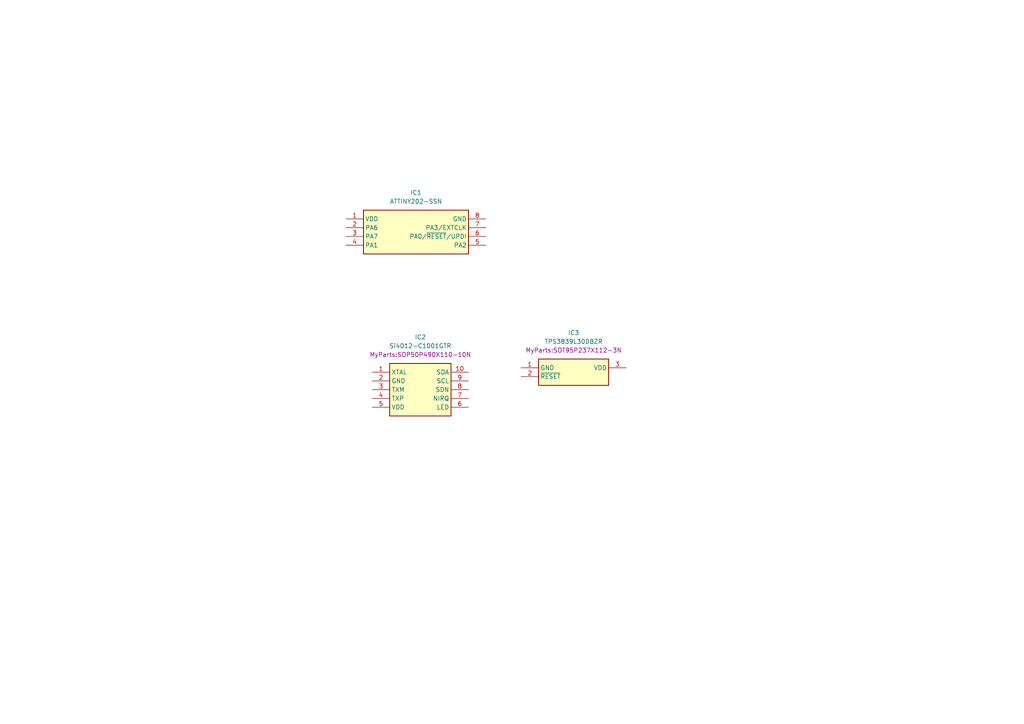
<source format=kicad_sch>
(kicad_sch (version 20250114) (generator "eeschema") (generator_version "9.0")
  (paper "A4")
  (title_block (title "Window Sensor") (date "2025-09-19") (rev "REV0.0") (company "NPX4U"))
  (lib_symbols
    (symbol "ATTINY202-SSN:ATTINY202-SSN"
      (property "Reference" "IC" (at 36.83 7.62 0))
      (property "Value" "ATTINY202-SSN" (at 36.83 5.08 0))
      (symbol "ATTINY202-SSN_1_1"
        (rectangle (start 5.08 2.54) (end 35.56 -10.16) (stroke (width 0.254)) (fill (type background)))
        (pin passive line (at 0 0 0) (length 5.08) (name "VDD") (number "1"))
        (pin passive line (at 0 -2.54 0) (length 5.08) (name "PA6") (number "2"))
        (pin passive line (at 0 -5.08 0) (length 5.08) (name "PA7") (number "3"))
        (pin passive line (at 0 -7.62 0) (length 5.08) (name "PA1") (number "4"))
        (pin passive line (at 40.64 0 180) (length 5.08) (name "GND") (number "8"))
        (pin passive line (at 40.64 -2.54 180) (length 5.08) (name "PA3/EXTCLK") (number "7"))
        (pin passive line (at 40.64 -5.08 180) (length 5.08) (name "PA0/~{RESET}/UPDI") (number "6"))
        (pin passive line (at 40.64 -7.62 180) (length 5.08) (name "PA2") (number "5"))
      )
    )
    (symbol "Si4012-C1001GTR:Si4012-C1001GTR"
      (property "Reference" "IC" (at 24.13 7.62 0))
      (property "Value" "Si4012-C1001GTR" (at 24.13 5.08 0))
      (property "Footprint" "MyParts:SOP50P490X110-10N" (at 24.13 -94.92 0))
      (symbol "Si4012-C1001GTR_1_1"
        (rectangle (start 5.08 2.54) (end 22.86 -12.7) (stroke (width 0.254)) (fill (type background)))
        (pin passive line (at 0 0 0) (length 5.08) (name "XTAL") (number "1"))
        (pin passive line (at 0 -2.54 0) (length 5.08) (name "GND") (number "2"))
        (pin passive line (at 0 -5.08 0) (length 5.08) (name "TXM") (number "3"))
        (pin passive line (at 0 -7.62 0) (length 5.08) (name "TXP") (number "4"))
        (pin passive line (at 0 -10.16 0) (length 5.08) (name "VDD") (number "5"))
        (pin passive line (at 27.94 0 180) (length 5.08) (name "SDA") (number "10"))
        (pin passive line (at 27.94 -2.54 180) (length 5.08) (name "SCL") (number "9"))
        (pin passive line (at 27.94 -5.08 180) (length 5.08) (name "SDN") (number "8"))
        (pin passive line (at 27.94 -7.62 180) (length 5.08) (name "NIRQ") (number "7"))
        (pin passive line (at 27.94 -10.16 180) (length 5.08) (name "LED") (number "6"))
      )
    )
    (symbol "TPS3839L30DBZR:TPS3839L30DBZR"
      (property "Reference" "IC" (at 26.67 7.62 0))
      (property "Value" "TPS3839L30DBZR" (at 26.67 5.08 0))
      (property "Footprint" "MyParts:SOT95P237X112-3N" (at 26.67 -94.92 0))
      (symbol "TPS3839L30DBZR_1_1"
        (rectangle (start 5.08 2.54) (end 25.4 -5.08) (stroke (width 0.254)) (fill (type background)))
        (pin passive line (at 0 0 0) (length 5.08) (name "GND") (number "1"))
        (pin passive line (at 0 -2.54 0) (length 5.08) (name "~{RESET}") (number "2"))
        (pin passive line (at 30.48 0 180) (length 5.08) (name "VDD") (number "3"))
      )
    )
  )
  (symbol (lib_id "ATTINY202-SSN:ATTINY202-SSN") (at 100.33 63.5 0) (unit 1)
    (property "Reference" "IC1" (at 120.65 55.88 0))
    (property "Value" "ATTINY202-SSN" (at 120.65 58.42 0))
    (property "Footprint" "MyParts:SOIC127P600X175-8N" (effects (hide yes)))
    (property "Datasheet" "https://componentsearchengine.com/Datasheets/1/ATTINY202-SSN.pdf" (effects (hide yes)))
    (property "Description" "8-bit Microcontrollers - MCU 20MHz, 2KB, SOIC8, Ind 105C, Green, Tube" (effects (hide yes)))
    (property "Height" "1.75" (effects (hide yes)))
    (property "Mouser Part Number" "579-ATTINY202-SSN" (effects (hide yes)))
    (property "Mouser Price/Stock" "https://www.mouser.co.uk/ProductDetail/Microchip-Technology/ATTINY202-SSN?qs=3HJ2avRr9PJtfHljUri%252BhA%3D%3D" (effects (hide yes)))
    (property "Manufacturer_Name" "Microchip" (effects (hide yes)))
    (property "Manufacturer_Part_Number" "ATTINY202-SSN" (effects (hide yes)))
  )
  (symbol (lib_id "Si4012-C1001GTR:Si4012-C1001GTR") (at 107.95 107.95 0) (unit 1)
    (property "Reference" "IC2" (at 121.92 97.79 0))
    (property "Value" "Si4012-C1001GTR" (at 121.92 100.33 0))
    (property "Footprint" "MyParts:SOP50P490X110-10N" (at 121.92 102.87 0))
    (property "Description" "RF Transmitter 8051 Sub-GHz RF transmitter" (effects (hide yes)))
    (property "Height" "1.1" (effects (hide yes)))
    (property "Mouser Part Number" "634-SI4012-C1001GTR" (effects (hide yes)))
    (property "Mouser Price/Stock" "https://www.mouser.co.uk/ProductDetail/Silicon-Labs/SI4012-C1001GTR?qs=p9T7GgSe1IG9YBSygWUqHw%3D%3D" (effects (hide yes)))
    (property "Manufacturer_Name" "Silicon Labs" (effects (hide yes)))
    (property "Manufacturer_Part_Number" "Si4012-C1001GTR" (effects (hide yes)))
  )
  (symbol (lib_id "TPS3839L30DBZR:TPS3839L30DBZR") (at 151.13 106.68 0) (unit 1)
    (property "Reference" "IC3" (at 166.37 96.52 0))
    (property "Value" "TPS3839L30DBZR" (at 166.37 99.06 0))
    (property "Footprint" "MyParts:SOT95P237X112-3N" (at 166.37 101.6 0))
    (property "Datasheet" "https://www.ti.com/lit/gpn/TPS3839" (effects (hide yes)))
    (property "Description" "Ultra-Low Power, Supply Voltage Supervisor" (effects (hide yes)))
    (property "Height" "1.12" (effects (hide yes)))
    (property "Mouser Part Number" "595-TPS3839L30DBZR" (effects (hide yes)))
    (property "Mouser Price/Stock" "https://www.mouser.co.uk/ProductDetail/Texas-Instruments/TPS3839L30DBZR?qs=4whTb%2F0XQMhk4SkTOVaKEw%3D%3D" (effects (hide yes)))
    (property "Manufacturer_Name" "Texas Instruments" (effects (hide yes)))
    (property "Manufacturer_Part_Number" "TPS3839L30DBZR" (effects (hide yes)))
  )
)
</source>
